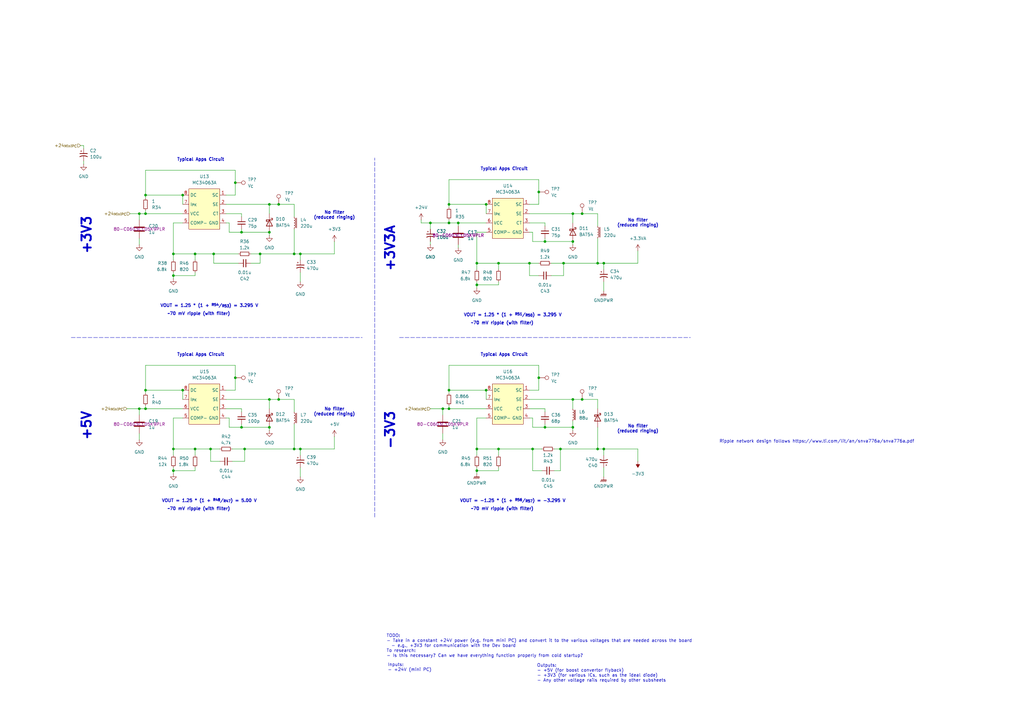
<source format=kicad_sch>
(kicad_sch (version 20250114) (generator "eeschema") (generator_version "9.0")
  (paper "A3")
  (title_block (title "Housekeeping Power Supplies") (date "2025-02-12") (rev "1") (company "UT Robomaster") (comment 1 "Robomaster"))
  (text "~70 mV ripple (with filter)" (at 81.534 208.788 0) (effects (font (size 1.27 1.27) (thickness 0.254) (bold yes))))
  (text "Typical Apps Circuit" (at 82.296 145.542 0) (effects (font (size 1.27 1.27) (thickness 0.254) (bold yes))))
  (text "No filter\n(reduced ringing)" (at 261.62 175.895 0) (effects (font (size 1.27 1.27) (thickness 0.254) (bold yes))))
  (text "+5V" (at 33.274 168.402 90) (effects (font (size 3.81 3.81) (thickness 0.762) (bold yes)) (justify right top)))
  (text "VOUT = -1.25 * (1 + ^{R56}/_{R57}) = -3.295 V" (at 210.312 205.486 0) (effects (font (size 1.27 1.27) (thickness 0.254) (bold yes))))
  (text "Typical Apps Circuit" (at 206.756 69.342 0) (effects (font (size 1.27 1.27) (thickness 0.254) (bold yes))))
  (text "~70 mV ripple (with filter)" (at 205.994 208.788 0) (effects (font (size 1.27 1.27) (thickness 0.254) (bold yes))))
  (text "+3V3" (at 33.274 88.392 90) (effects (font (size 3.81 3.81) (thickness 0.762) (bold yes)) (justify right top)))
  (text "Outputs:\n- +5V (for boost convertor flyback)\n- +3V3 (for various ICs, such as the ideal diode)\n- Any other voltage rails required by other subsheets" (at 220.218 272.288 0) (effects (font (size 1.27 1.27)) (justify left top)))
  (text "Inputs:\n- +24V (mini PC)" (at 159.004 272.034 0) (effects (font (size 1.27 1.27)) (justify left top)))
  (text "TODO:\n- Take in a constant +24V power (e.g. from mini PC) and convert it to the various voltages that are needed across the board\n  - e.g., +3V3 for communication with the Dev board\nTo research:\n- Is this necessary? Can we have everything function properly from cold startup?" (at 158.496 260.096 0) (effects (font (size 1.27 1.27)) (justify left top)))
  (text "VOUT = 1.25 * (1 + ^{R51}/_{R50}) = 3.295 V" (at 210.312 129.286 0) (effects (font (size 1.27 1.27) (thickness 0.254) (bold yes))))
  (text "+3V3A" (at 157.734 92.202 90) (effects (font (size 3.81 3.81) (thickness 0.762) (bold yes)) (justify right top)))
  (text "~70 mV ripple (with filter)" (at 81.534 128.778 0) (effects (font (size 1.27 1.27) (thickness 0.254) (bold yes))))
  (text "~70 mV ripple (with filter)" (at 205.994 132.588 0) (effects (font (size 1.27 1.27) (thickness 0.254) (bold yes))))
  (text "Ripple network design follows https://www.ti.com/lit/an/snva776a/snva776a.pdf" (at 335.026 181.102 0) (effects (font (size 1.27 1.27))))
  (text "No filter\n(reduced ringing)" (at 261.62 91.44 0) (effects (font (size 1.27 1.27) (thickness 0.254) (bold yes))))
  (text "VOUT = 1.25 * (1 + ^{R54}/_{R53}) = 3.295 V" (at 85.852 125.476 0) (effects (font (size 1.27 1.27) (thickness 0.254) (bold yes))))
  (text "-3V3" (at 157.734 168.402 90) (effects (font (size 3.81 3.81) (thickness 0.762) (bold yes)) (justify right top)))
  (text "No filter\n(reduced ringing)" (at 137.16 88.265 0) (effects (font (size 1.27 1.27) (thickness 0.254) (bold yes))))
  (text "VOUT = 1.25 * (1 + ^{R48}/_{R47}) = 5.00 V" (at 85.852 205.486 0) (effects (font (size 1.27 1.27) (thickness 0.254) (bold yes))))
  (text "Typical Apps Circuit" (at 82.296 65.532 0) (effects (font (size 1.27 1.27) (thickness 0.254) (bold yes))))
  (text "No filter\n(reduced ringing)" (at 137.16 168.91 0) (effects (font (size 1.27 1.27) (thickness 0.254) (bold yes))))
  (text "Typical Apps Circuit" (at 206.756 145.542 0) (effects (font (size 1.27 1.27) (thickness 0.254) (bold yes))))
  (junction (at 223.52 99.06))
  (junction (at 195.58 107.95))
  (junction (at 199.39 160.02))
  (junction (at 223.52 175.26))
  (junction (at 184.15 91.44))
  (junction (at 57.15 167.64))
  (junction (at 220.98 78.74))
  (junction (at 59.69 80.01))
  (junction (at 181.61 167.64))
  (junction (at 195.58 193.04))
  (junction (at 245.11 107.95))
  (junction (at 71.12 184.15))
  (junction (at 87.63 104.14))
  (junction (at 238.76 87.63))
  (junction (at 120.65 104.14))
  (junction (at 96.52 154.94))
  (junction (at 71.12 104.14))
  (junction (at 184.15 160.02))
  (junction (at 110.49 95.25))
  (junction (at 234.95 87.63))
  (junction (at 110.49 83.82))
  (junction (at 59.69 160.02))
  (junction (at 195.58 184.15))
  (junction (at 74.93 80.01))
  (junction (at 217.17 107.95))
  (junction (at 204.47 184.15))
  (junction (at 57.15 87.63))
  (junction (at 199.39 83.82))
  (junction (at 234.95 99.06))
  (junction (at 218.44 184.15))
  (junction (at 99.06 175.26))
  (junction (at 187.96 91.44))
  (junction (at 247.65 107.95))
  (junction (at 96.52 74.93))
  (junction (at 59.69 167.64))
  (junction (at 231.14 107.95))
  (junction (at 80.01 104.14))
  (junction (at 71.12 193.04))
  (junction (at 106.68 104.14))
  (junction (at 110.49 175.26))
  (junction (at 195.58 116.84))
  (junction (at 238.76 163.83))
  (junction (at 220.98 154.94))
  (junction (at 86.36 184.15))
  (junction (at 123.19 184.15))
  (junction (at 80.01 184.15))
  (junction (at 100.33 184.15))
  (junction (at 247.65 184.15))
  (junction (at 184.15 83.82))
  (junction (at 74.93 160.02))
  (junction (at 120.65 184.15))
  (junction (at 59.69 87.63))
  (junction (at 99.06 95.25))
  (junction (at 184.15 167.64))
  (junction (at 234.95 175.26))
  (junction (at 245.11 184.15))
  (junction (at 71.12 113.03))
  (junction (at 204.47 107.95))
  (junction (at 229.87 184.15))
  (junction (at 176.53 91.44))
  (junction (at 123.19 104.14))
  (junction (at 114.3 163.83))
  (junction (at 114.3 83.82))
  (junction (at 234.95 163.83))
  (junction (at 110.49 163.83))
  (wire (pts (xy 176.53 91.44) (xy 184.15 91.44)))
  (wire (pts (xy 120.65 173.99) (xy 120.65 184.15)))
  (wire (pts (xy 34.29 66.04) (xy 34.29 67.31)))
  (wire (pts (xy 100.33 189.23) (xy 95.25 189.23)))
  (wire (pts (xy 238.76 163.83) (xy 245.11 163.83)))
  (wire (pts (xy 86.36 189.23) (xy 86.36 184.15)))
  (wire (pts (xy 223.52 173.99) (xy 223.52 175.26)))
  (polyline (pts (xy 163.83 138.43) (xy 283.21 138.43)) (stroke (width 0) (type dash)))
  (wire (pts (xy 234.95 87.63) (xy 217.17 87.63)))
  (wire (pts (xy 106.68 104.14) (xy 120.65 104.14)))
  (wire (pts (xy 218.44 193.04) (xy 222.25 193.04)))
  (polyline (pts (xy 29.21 138.43) (xy 148.59 138.43)) (stroke (width 0) (type dash)))
  (wire (pts (xy 120.65 88.9) (xy 120.65 83.82)))
  (wire (pts (xy 234.95 87.63) (xy 234.95 91.44)))
  (wire (pts (xy 195.58 95.25) (xy 195.58 107.95)))
  (wire (pts (xy 120.65 184.15) (xy 123.19 184.15)))
  (wire (pts (xy 195.58 193.04) (xy 195.58 194.31)))
  (wire (pts (xy 261.62 107.95) (xy 261.62 102.87)))
  (wire (pts (xy 123.19 111.76) (xy 123.19 115.57)))
  (wire (pts (xy 217.17 113.03) (xy 217.17 107.95)))
  (wire (pts (xy 231.14 113.03) (xy 226.06 113.03)))
  (wire (pts (xy 204.47 193.04) (xy 195.58 193.04)))
  (wire (pts (xy 137.16 184.15) (xy 137.16 179.07)))
  (wire (pts (xy 195.58 115.57) (xy 195.58 116.84)))
  (wire (pts (xy 217.17 107.95) (xy 220.98 107.95)))
  (wire (pts (xy 187.96 91.44) (xy 199.39 91.44)))
  (wire (pts (xy 247.65 184.15) (xy 247.65 186.69)))
  (wire (pts (xy 245.11 175.26) (xy 245.11 184.15)))
  (wire (pts (xy 86.36 184.15) (xy 90.17 184.15)))
  (wire (pts (xy 33.02 59.69) (xy 34.29 59.69)))
  (wire (pts (xy 59.69 160.02) (xy 59.69 161.29)))
  (wire (pts (xy 181.61 177.8) (xy 181.61 180.34)))
  (wire (pts (xy 204.47 184.15) (xy 218.44 184.15)))
  (wire (pts (xy 120.65 104.14) (xy 123.19 104.14)))
  (wire (pts (xy 184.15 83.82) (xy 199.39 83.82)))
  (wire (pts (xy 231.14 107.95) (xy 245.11 107.95)))
  (wire (pts (xy 120.65 168.91) (xy 120.65 163.83)))
  (wire (pts (xy 217.17 171.45) (xy 218.44 171.45)))
  (wire (pts (xy 184.15 166.37) (xy 184.15 167.64)))
  (wire (pts (xy 120.65 93.98) (xy 120.65 104.14)))
  (wire (pts (xy 218.44 184.15) (xy 218.44 193.04)))
  (wire (pts (xy 99.06 167.64) (xy 92.71 167.64)))
  (wire (pts (xy 217.17 163.83) (xy 234.95 163.83)))
  (wire (pts (xy 204.47 116.84) (xy 195.58 116.84)))
  (wire (pts (xy 59.69 69.85) (xy 59.69 80.01)))
  (wire (pts (xy 74.93 80.01) (xy 74.93 83.82)))
  (wire (pts (xy 234.95 163.83) (xy 234.95 167.64)))
  (wire (pts (xy 223.52 175.26) (xy 218.44 175.26)))
  (wire (pts (xy 52.07 167.64) (xy 57.15 167.64)))
  (wire (pts (xy 95.25 184.15) (xy 100.33 184.15)))
  (wire (pts (xy 220.98 78.74) (xy 220.98 83.82)))
  (wire (pts (xy 199.39 95.25) (xy 195.58 95.25)))
  (wire (pts (xy 96.52 69.85) (xy 59.69 69.85)))
  (wire (pts (xy 90.17 189.23) (xy 86.36 189.23)))
  (wire (pts (xy 123.19 104.14) (xy 123.19 106.68)))
  (wire (pts (xy 96.52 154.94) (xy 96.52 149.86)))
  (wire (pts (xy 245.11 163.83) (xy 245.11 167.64)))
  (wire (pts (xy 245.11 184.15) (xy 247.65 184.15)))
  (wire (pts (xy 92.71 171.45) (xy 93.98 171.45)))
  (wire (pts (xy 110.49 163.83) (xy 110.49 167.64)))
  (wire (pts (xy 80.01 104.14) (xy 80.01 106.68)))
  (wire (pts (xy 223.52 91.44) (xy 217.17 91.44)))
  (wire (pts (xy 184.15 90.17) (xy 184.15 91.44)))
  (wire (pts (xy 176.53 167.64) (xy 181.61 167.64)))
  (wire (pts (xy 223.52 168.91) (xy 223.52 167.64)))
  (wire (pts (xy 184.15 167.64) (xy 199.39 167.64)))
  (wire (pts (xy 99.06 95.25) (xy 93.98 95.25)))
  (wire (pts (xy 227.33 193.04) (xy 229.87 193.04)))
  (wire (pts (xy 137.16 104.14) (xy 137.16 99.06)))
  (wire (pts (xy 123.19 191.77) (xy 123.19 195.58)))
  (wire (pts (xy 59.69 87.63) (xy 74.93 87.63)))
  (wire (pts (xy 195.58 107.95) (xy 204.47 107.95)))
  (wire (pts (xy 234.95 87.63) (xy 238.76 87.63)))
  (wire (pts (xy 247.65 115.57) (xy 247.65 119.38)))
  (wire (pts (xy 218.44 184.15) (xy 222.25 184.15)))
  (wire (pts (xy 99.06 87.63) (xy 92.71 87.63)))
  (wire (pts (xy 220.98 149.86) (xy 184.15 149.86)))
  (wire (pts (xy 223.52 92.71) (xy 223.52 91.44)))
  (wire (pts (xy 199.39 160.02) (xy 199.39 163.83)))
  (wire (pts (xy 204.47 184.15) (xy 204.47 186.69)))
  (wire (pts (xy 97.79 107.95) (xy 87.63 107.95)))
  (wire (pts (xy 71.12 111.76) (xy 71.12 113.03)))
  (wire (pts (xy 96.52 149.86) (xy 59.69 149.86)))
  (wire (pts (xy 80.01 111.76) (xy 80.01 113.03)))
  (wire (pts (xy 80.01 184.15) (xy 86.36 184.15)))
  (wire (pts (xy 106.68 104.14) (xy 106.68 107.95)))
  (wire (pts (xy 110.49 175.26) (xy 110.49 176.53)))
  (wire (pts (xy 229.87 184.15) (xy 245.11 184.15)))
  (wire (pts (xy 184.15 149.86) (xy 184.15 160.02)))
  (wire (pts (xy 199.39 171.45) (xy 195.58 171.45)))
  (wire (pts (xy 57.15 87.63) (xy 59.69 87.63)))
  (wire (pts (xy 92.71 160.02) (xy 96.52 160.02)))
  (wire (pts (xy 80.01 191.77) (xy 80.01 193.04)))
  (wire (pts (xy 181.61 167.64) (xy 184.15 167.64)))
  (wire (pts (xy 220.98 73.66) (xy 184.15 73.66)))
  (wire (pts (xy 110.49 163.83) (xy 92.71 163.83)))
  (wire (pts (xy 220.98 113.03) (xy 217.17 113.03)))
  (wire (pts (xy 59.69 166.37) (xy 59.69 167.64)))
  (wire (pts (xy 92.71 80.01) (xy 96.52 80.01)))
  (wire (pts (xy 247.65 191.77) (xy 247.65 195.58)))
  (wire (pts (xy 195.58 171.45) (xy 195.58 184.15)))
  (wire (pts (xy 102.87 104.14) (xy 106.68 104.14)))
  (wire (pts (xy 71.12 104.14) (xy 71.12 106.68)))
  (wire (pts (xy 223.52 99.06) (xy 218.44 99.06)))
  (wire (pts (xy 59.69 167.64) (xy 74.93 167.64)))
  (wire (pts (xy 172.72 91.44) (xy 172.72 90.17)))
  (wire (pts (xy 87.63 107.95) (xy 87.63 104.14)))
  (wire (pts (xy 110.49 175.26) (xy 99.06 175.26)))
  (wire (pts (xy 223.52 167.64) (xy 217.17 167.64)))
  (wire (pts (xy 184.15 160.02) (xy 184.15 161.29)))
  (wire (pts (xy 176.53 99.06) (xy 176.53 100.33)))
  (wire (pts (xy 245.11 107.95) (xy 247.65 107.95)))
  (wire (pts (xy 195.58 184.15) (xy 195.58 186.69)))
  (wire (pts (xy 96.52 160.02) (xy 96.52 154.94)))
  (wire (pts (xy 53.34 87.63) (xy 57.15 87.63)))
  (wire (pts (xy 114.3 163.83) (xy 120.65 163.83)))
  (wire (pts (xy 195.58 184.15) (xy 204.47 184.15)))
  (wire (pts (xy 59.69 86.36) (xy 59.69 87.63)))
  (wire (pts (xy 218.44 171.45) (xy 218.44 175.26)))
  (wire (pts (xy 220.98 149.86) (xy 220.98 154.94)))
  (wire (pts (xy 71.12 184.15) (xy 71.12 186.69)))
  (wire (pts (xy 184.15 83.82) (xy 184.15 85.09)))
  (wire (pts (xy 57.15 167.64) (xy 57.15 170.18)))
  (wire (pts (xy 176.53 91.44) (xy 176.53 93.98)))
  (wire (pts (xy 71.12 184.15) (xy 80.01 184.15)))
  (wire (pts (xy 247.65 107.95) (xy 247.65 110.49)))
  (wire (pts (xy 204.47 107.95) (xy 217.17 107.95)))
  (wire (pts (xy 195.58 107.95) (xy 195.58 110.49)))
  (wire (pts (xy 93.98 171.45) (xy 93.98 175.26)))
  (wire (pts (xy 74.93 171.45) (xy 71.12 171.45)))
  (wire (pts (xy 71.12 171.45) (xy 71.12 184.15)))
  (wire (pts (xy 247.65 107.95) (xy 261.62 107.95)))
  (wire (pts (xy 204.47 107.95) (xy 204.47 110.49)))
  (wire (pts (xy 181.61 167.64) (xy 181.61 170.18)))
  (wire (pts (xy 217.17 83.82) (xy 220.98 83.82)))
  (wire (pts (xy 80.01 113.03) (xy 71.12 113.03)))
  (wire (pts (xy 245.11 97.79) (xy 245.11 107.95)))
  (wire (pts (xy 99.06 173.99) (xy 99.06 175.26)))
  (wire (pts (xy 71.12 191.77) (xy 71.12 193.04)))
  (wire (pts (xy 80.01 193.04) (xy 71.12 193.04)))
  (wire (pts (xy 226.06 107.95) (xy 231.14 107.95)))
  (wire (pts (xy 184.15 73.66) (xy 184.15 83.82)))
  (wire (pts (xy 247.65 184.15) (xy 261.62 184.15)))
  (wire (pts (xy 110.49 163.83) (xy 114.3 163.83)))
  (wire (pts (xy 92.71 91.44) (xy 93.98 91.44)))
  (wire (pts (xy 218.44 95.25) (xy 218.44 99.06)))
  (wire (pts (xy 59.69 160.02) (xy 74.93 160.02)))
  (wire (pts (xy 234.95 99.06) (xy 223.52 99.06)))
  (wire (pts (xy 96.52 74.93) (xy 96.52 80.01)))
  (wire (pts (xy 71.12 91.44) (xy 71.12 104.14)))
  (wire (pts (xy 234.95 175.26) (xy 234.95 176.53)))
  (wire (pts (xy 234.95 99.06) (xy 234.95 100.33)))
  (wire (pts (xy 220.98 154.94) (xy 220.98 160.02)))
  (wire (pts (xy 217.17 95.25) (xy 218.44 95.25)))
  (wire (pts (xy 71.12 104.14) (xy 80.01 104.14)))
  (wire (pts (xy 99.06 88.9) (xy 99.06 87.63)))
  (wire (pts (xy 199.39 83.82) (xy 199.39 87.63)))
  (wire (pts (xy 100.33 184.15) (xy 120.65 184.15)))
  (wire (pts (xy 114.3 83.82) (xy 120.65 83.82)))
  (wire (pts (xy 106.68 107.95) (xy 102.87 107.95)))
  (wire (pts (xy 110.49 83.82) (xy 110.49 87.63)))
  (wire (pts (xy 261.62 184.15) (xy 261.62 189.23)))
  (wire (pts (xy 99.06 175.26) (xy 93.98 175.26)))
  (wire (pts (xy 187.96 100.33) (xy 187.96 101.6)))
  (wire (pts (xy 57.15 177.8) (xy 57.15 180.34)))
  (wire (pts (xy 59.69 80.01) (xy 59.69 81.28)))
  (wire (pts (xy 110.49 83.82) (xy 114.3 83.82)))
  (wire (pts (xy 100.33 184.15) (xy 100.33 189.23)))
  (polyline (pts (xy 153.67 212.09) (xy 153.67 64.77)) (stroke (width 0) (type dash)))
  (wire (pts (xy 231.14 107.95) (xy 231.14 113.03)))
  (wire (pts (xy 187.96 91.44) (xy 187.96 92.71)))
  (wire (pts (xy 57.15 167.64) (xy 59.69 167.64)))
  (wire (pts (xy 204.47 115.57) (xy 204.47 116.84)))
  (wire (pts (xy 234.95 172.72) (xy 234.95 175.26)))
  (wire (pts (xy 71.12 113.03) (xy 71.12 114.3)))
  (wire (pts (xy 184.15 91.44) (xy 187.96 91.44)))
  (wire (pts (xy 74.93 91.44) (xy 71.12 91.44)))
  (wire (pts (xy 99.06 93.98) (xy 99.06 95.25)))
  (wire (pts (xy 195.58 116.84) (xy 195.58 118.11)))
  (wire (pts (xy 74.93 160.02) (xy 74.93 163.83)))
  (wire (pts (xy 238.76 87.63) (xy 245.11 87.63)))
  (wire (pts (xy 110.49 83.82) (xy 92.71 83.82)))
  (wire (pts (xy 57.15 97.79) (xy 57.15 100.33)))
  (wire (pts (xy 80.01 104.14) (xy 87.63 104.14)))
  (wire (pts (xy 227.33 184.15) (xy 229.87 184.15)))
  (wire (pts (xy 59.69 149.86) (xy 59.69 160.02)))
  (wire (pts (xy 110.49 95.25) (xy 110.49 96.52)))
  (wire (pts (xy 229.87 193.04) (xy 229.87 184.15)))
  (wire (pts (xy 34.29 59.69) (xy 34.29 60.96)))
  (wire (pts (xy 59.69 80.01) (xy 74.93 80.01)))
  (wire (pts (xy 96.52 69.85) (xy 96.52 74.93)))
  (wire (pts (xy 195.58 191.77) (xy 195.58 193.04)))
  (wire (pts (xy 223.52 97.79) (xy 223.52 99.06)))
  (wire (pts (xy 172.72 91.44) (xy 176.53 91.44)))
  (wire (pts (xy 234.95 175.26) (xy 223.52 175.26)))
  (wire (pts (xy 99.06 168.91) (xy 99.06 167.64)))
  (wire (pts (xy 71.12 193.04) (xy 71.12 194.31)))
  (wire (pts (xy 234.95 163.83) (xy 238.76 163.83)))
  (wire (pts (xy 123.19 104.14) (xy 137.16 104.14)))
  (wire (pts (xy 110.49 95.25) (xy 99.06 95.25)))
  (wire (pts (xy 245.11 92.71) (xy 245.11 87.63)))
  (wire (pts (xy 80.01 184.15) (xy 80.01 186.69)))
  (wire (pts (xy 217.17 160.02) (xy 220.98 160.02)))
  (wire (pts (xy 123.19 184.15) (xy 137.16 184.15)))
  (wire (pts (xy 57.15 87.63) (xy 57.15 90.17)))
  (wire (pts (xy 123.19 184.15) (xy 123.19 186.69)))
  (wire (pts (xy 184.15 160.02) (xy 199.39 160.02)))
  (wire (pts (xy 220.98 73.66) (xy 220.98 78.74)))
  (wire (pts (xy 87.63 104.14) (xy 97.79 104.14)))
  (wire (pts (xy 204.47 191.77) (xy 204.47 193.04)))
  (wire (pts (xy 93.98 91.44) (xy 93.98 95.25)))
  (hierarchical_label "+24_{MiniPC}" (shape input) (at 52.07 167.64 180))
  (hierarchical_label "+24_{MiniPC}" (shape input) (at 53.34 87.63 180))
  (hierarchical_label "+24_{MiniPC}" (shape input) (at 176.53 167.64 180))
  (hierarchical_label "+24_{MiniPC}" (shape input) (at 33.02 59.69 180))
  (symbol (lib_id "Device:C") (at 57.15 173.99 0) (unit 1)
    (property "Reference" "C19" (at 60.96 172.7199 0) (effects (justify left)))
    (property "Value" "1u" (at 60.96 175.2599 0) (effects (justify left)))
    (property "Footprint" "Capacitor_SMD:C_0603_1608Metric_Pad1.08x0.95mm_HandSolder" (effects (hide yes)))
    (property "Datasheet" "https://www.mouser.com/datasheet/2/447/KEM_C1006_X5R_SMD-3316465.pdf" (effects (hide yes)))
    (property "Description" "Unpolarized capacitor" (effects (hide yes)))
    (property "Mouser Part Number" "80-C0603C105K9PLR" (at 57.15 173.99 0))
  )
  (symbol (lib_id "! Robomaster ICs:MC34063A") (at 83.82 77.47 0) (unit 1)
    (property "Reference" "U1" (at 83.82 72.39 0))
    (property "Value" "MC34063A" (at 83.82 74.93 0))
    (property "Footprint" "Package_SO:SOIC-8_3.9x4.9mm_P1.27mm" (effects (hide yes)))
    (property "Datasheet" "https://www.ti.com/lit/gpn/mc34063a" (effects (hide yes)))
    (property "Description" "1.5-A boost, buck, inverting switching regulator, operation from 0°C to 70°C" (effects (hide yes)))
    (property "Mouser Part Number" "595-MC34063ADR" (effects (hide yes)))
    (instances (project "SupercapManager" (path "" (reference "U13") (unit 1))) (project "Housekeeping Rev1" (path "" (reference "U1") (unit 1))))
  )
  (symbol (lib_id "Connector:TestPoint") (at 96.52 154.94 270) (unit 1)
    (property "Reference" "TP5" (at 101.6 153.6699 90) (effects (justify left)))
    (property "Value" "V_{C}" (at 101.6 156.2099 90) (effects (justify left)))
    (property "Footprint" "TestPoint:TestPoint_Bridge_Pitch2.0mm_Drill0.7mm" (effects (hide yes)))
    (property "Description" "test point" (effects (hide yes)))
    (instances (project "SupercapManager" (path "" (reference "TP?") (unit 1))) (project "Housekeeping Rev1" (path "" (reference "TP5") (unit 1))))
  )
  (symbol (lib_id "power:+3V3") (at 137.16 99.06 0) (unit 1)
    (property "Reference" "#PWR015" (effects (hide yes)))
    (property "Value" "+3V3" (at 137.16 93.98 0))
    (property "Description" "Power symbol creates a global label with name \"+3V3\"" (effects (hide yes)))
    (instances (project "SupercapManager" (path "" (reference "#PWR085") (unit 1))) (project "Housekeeping Rev1" (path "" (reference "#PWR015") (unit 1))))
  )
  (symbol (lib_id "Device:C_Small") (at 223.52 171.45 0) (unit 1)
    (property "Reference" "C10" (at 226.06 170.1862 0) (effects (justify left)))
    (property "Value" "68p" (at 226.06 172.7262 0) (effects (justify left)))
    (property "Footprint" "Capacitor_SMD:C_0603_1608Metric_Pad1.08x0.95mm_HandSolder" (effects (hide yes)))
    (property "Description" "Unpolarized capacitor, small symbol" (effects (hide yes)))
    (instances (project "SupercapManager" (path "" (reference "C36") (unit 1))) (project "Housekeeping Rev1" (path "" (reference "C10") (unit 1))))
  )
  (symbol (lib_id "Device:R_Small") (at 184.15 87.63 0) (mirror x) (unit 1)
    (property "Reference" "R6" (at 186.69 88.9001 0) (effects (justify left)))
    (property "Value" "1" (at 186.69 86.3601 0) (effects (justify left)))
    (property "Footprint" "Resistor_SMD:R_0603_1608Metric_Pad0.98x0.95mm_HandSolder" (effects (hide yes)))
    (property "Datasheet" "https://industrial.panasonic.com/cdbs/www-data/pdf/RDN0000/AOA0000C313.pdf" (effects (hide yes)))
    (property "Description" "Resistor, small symbol" (effects (hide yes)))
    (property "Mouser Part Number" "667-ERJ-3RQFR33V" (effects (hide yes)))
    (instances (project "SupercapManager" (path "" (reference "R35") (unit 1))) (project "Housekeeping Rev1" (path "" (reference "R6") (unit 1))))
  )
  (symbol (lib_id "! Robomaster ICs:MC34063A") (at 208.28 157.48 0) (unit 1)
    (property "Reference" "U4" (at 208.28 152.4 0))
    (property "Value" "MC34063A" (at 208.28 154.94 0))
    (property "Footprint" "Package_SO:SOIC-8_3.9x4.9mm_P1.27mm" (effects (hide yes)))
    (property "Datasheet" "https://www.ti.com/lit/gpn/mc34063a" (effects (hide yes)))
    (property "Description" "1.5-A boost, buck, inverting switching regulator, operation from 0°C to 70°C" (effects (hide yes)))
    (property "Mouser Part Number" "595-MC34063ADR" (effects (hide yes)))
    (instances (project "SupercapManager" (path "" (reference "U16") (unit 1))) (project "Housekeeping Rev1" (path "" (reference "U4") (unit 1))))
  )
  (symbol (lib_id "Device:R_Small") (at 59.69 83.82 0) (mirror x) (unit 1)
    (property "Reference" "R5" (at 62.23 85.0901 0) (effects (justify left)))
    (property "Value" "1" (at 62.23 82.5501 0) (effects (justify left)))
    (property "Footprint" "Resistor_SMD:R_0201_0603Metric_Pad0.64x0.40mm_HandSolder" (effects (hide yes)))
    (property "Datasheet" "https://industrial.panasonic.com/cdbs/www-data/pdf/RDN0000/AOA0000C313.pdf" (effects (hide yes)))
    (property "Description" "Resistor, small symbol" (effects (hide yes)))
    (property "Mouser Part Number" "667-ERJ-3RQFR33V" (effects (hide yes)))
    (instances (project "SupercapManager" (path "" (reference "R34") (unit 1))) (project "Housekeeping Rev1" (path "" (reference "R5") (unit 1))))
  )
  (symbol (lib_id "power:GNDPWR") (at 247.65 195.58 0) (unit 1)
    (property "Reference" "#PWR032" (effects (hide yes)))
    (property "Value" "GNDPWR" (at 247.523 199.39 0))
    (property "Description" "Power symbol creates a global label with name \"GNDPWR\" , global ground" (effects (hide yes)))
    (instances (project "SupercapManager" (path "" (reference "#PWR0102") (unit 1))) (project "Housekeeping Rev1" (path "" (reference "#PWR032") (unit 1))))
  )
  (symbol (lib_id "Device:R_Small") (at 100.33 104.14 90) (unit 1)
    (property "Reference" "R7" (at 100.33 99.06 90))
    (property "Value" "1.2k" (at 100.33 101.6 90))
    (property "Footprint" "Resistor_SMD:R_0201_0603Metric_Pad0.64x0.40mm_HandSolder" (effects (hide yes)))
    (property "Datasheet" "https://www.mouser.com/datasheet/2/447/PYu_RT_1_to_0_01_RoHS_L_15-3461507.pdf" (effects (hide yes)))
    (property "Description" "Resistor, small symbol" (effects (hide yes)))
    (property "Mouser Part Number" "603-RT0603FRE133K6L" (effects (hide yes)))
    (instances (project "SupercapManager" (path "" (reference "R36") (unit 1))) (project "Housekeeping Rev1" (path "" (reference "R7") (unit 1))))
  )
  (symbol (lib_id "Device:C") (at 187.96 96.52 0) (unit 1)
    (property "Reference" "C17" (at 191.77 95.2499 0) (effects (justify left)))
    (property "Value" "1u" (at 191.77 97.7899 0) (effects (justify left)))
    (property "Footprint" "Capacitor_SMD:C_0603_1608Metric_Pad1.08x0.95mm_HandSolder" (effects (hide yes)))
    (property "Datasheet" "https://www.mouser.com/datasheet/2/447/KEM_C1006_X5R_SMD-3316465.pdf" (effects (hide yes)))
    (property "Description" "Unpolarized capacitor" (effects (hide yes)))
    (property "Mouser Part Number" "80-C0603C105K9PLR" (at 187.96 96.52 0))
  )
  (symbol (lib_id "Device:C_Small") (at 99.06 171.45 0) (unit 1)
    (property "Reference" "C9" (at 101.6 170.1862 0) (effects (justify left)))
    (property "Value" "100p" (at 101.6 172.7262 0) (effects (justify left)))
    (property "Footprint" "Capacitor_SMD:C_0603_1608Metric_Pad1.08x0.95mm_HandSolder" (effects (hide yes)))
    (property "Description" "Unpolarized capacitor, small symbol" (effects (hide yes)))
    (instances (project "" (path "" (reference "C35") (unit 1))) (project "Housekeeping Rev1" (path "" (reference "C9") (unit 1))))
  )
  (symbol (lib_id "power:GND") (at 123.19 115.57 0) (unit 1)
    (property "Reference" "#PWR020" (effects (hide yes)))
    (property "Value" "GND" (at 123.19 120.65 0))
    (property "Description" "Power symbol creates a global label with name \"GND\" , ground" (effects (hide yes)))
    (instances (project "SupercapManager" (path "" (reference "#PWR090") (unit 1))) (project "Housekeeping Rev1" (path "" (reference "#PWR020") (unit 1))))
  )
  (symbol (lib_id "Device:R_Small") (at 92.71 184.15 90) (unit 1)
    (property "Reference" "R15" (at 92.71 179.07 90))
    (property "Value" "4.7k" (at 92.71 181.61 90))
    (property "Footprint" "Resistor_SMD:R_0201_0603Metric_Pad0.64x0.40mm_HandSolder" (effects (hide yes)))
    (property "Datasheet" "https://www.mouser.com/datasheet/2/447/PYu_RT_1_to_0_01_RoHS_L_15-3461507.pdf" (effects (hide yes)))
    (property "Description" "Resistor, small symbol" (effects (hide yes)))
    (property "Mouser Part Number" "603-RT0603FRE133K6L" (effects (hide yes)))
    (instances (project "SupercapManager" (path "" (reference "R42") (unit 1))) (project "Housekeeping Rev1" (path "" (reference "R15") (unit 1))))
  )
  (symbol (lib_id "power:GNDPWR") (at 195.58 194.31 0) (unit 1)
    (property "Reference" "#PWR030" (effects (hide yes)))
    (property "Value" "GNDPWR" (at 195.453 198.12 0))
    (property "Description" "Power symbol creates a global label with name \"GNDPWR\" , global ground" (effects (hide yes)))
    (instances (project "SupercapManager" (path "" (reference "#PWR0100") (unit 1))) (project "Housekeeping Rev1" (path "" (reference "#PWR030") (unit 1))))
  )
  (symbol (lib_id "Device:C_Small") (at 99.06 91.44 0) (unit 1)
    (property "Reference" "C1" (at 101.6 90.1762 0) (effects (justify left)))
    (property "Value" "75p" (at 101.6 92.7162 0) (effects (justify left)))
    (property "Footprint" "Capacitor_SMD:C_0603_1608Metric_Pad1.08x0.95mm_HandSolder" (effects (hide yes)))
    (property "Description" "Unpolarized capacitor, small symbol" (effects (hide yes)))
    (instances (project "SupercapManager" (path "" (reference "C29") (unit 1))) (project "Housekeeping Rev1" (path "" (reference "C1") (unit 1))))
  )
  (symbol (lib_id "power:GND") (at 57.15 180.34 0) (unit 1)
    (property "Reference" "#PWR025" (effects (hide yes)))
    (property "Value" "GND" (at 57.15 185.42 0))
    (property "Description" "Power symbol creates a global label with name \"GND\" , ground" (effects (hide yes)))
    (instances (project "SupercapManager" (path "" (reference "#PWR095") (unit 1))) (project "Housekeeping Rev1" (path "" (reference "#PWR025") (unit 1))))
  )
  (symbol (lib_id "power:+24V") (at 172.72 90.17 0) (unit 1)
    (property "Reference" "#PWR012" (effects (hide yes)))
    (property "Value" "+24V" (at 172.72 85.09 0))
    (property "Description" "Power symbol creates a global label with name \"+24V\"" (effects (hide yes)))
    (instances (project "SupercapManager" (path "" (reference "#PWR082") (unit 1))) (project "Housekeeping Rev1" (path "" (reference "#PWR012") (unit 1))))
  )
  (symbol (lib_id "Device:C_Polarized_Small_US") (at 34.29 63.5 0) (unit 1)
    (property "Reference" "C2" (at 36.83 61.7981 0) (effects (justify left)))
    (property "Value" "100u" (at 36.83 64.3381 0) (effects (justify left)))
    (property "Footprint" "Capacitor_THT:CP_Radial_D8.0mm_P3.50mm" (effects (hide yes)))
    (property "Datasheet" "https://www.we-online.com/components/products/datasheet/860010674014.pdf" (effects (hide yes)))
    (property "Description" "Polarized capacitor, small US symbol" (effects (hide yes)))
    (property "Mouser Part Number" "710-860010674014" (effects (hide yes)))
  )
  (symbol (lib_id "Connector:TestPoint") (at 238.76 163.83 0) (unit 1)
    (property "Reference" "TP8" (at 241.3 159.2579 0) (effects (justify left)))
    (property "Value" "V_{E}" (at 241.3 161.7979 0) (effects (justify left)))
    (property "Footprint" "TestPoint:TestPoint_Bridge_Pitch2.0mm_Drill0.7mm" (effects (hide yes)))
    (property "Description" "test point" (effects (hide yes)))
    (instances (project "SupercapManager" (path "" (reference "TP?") (unit 1))) (project "Housekeeping Rev1" (path "" (reference "TP8") (unit 1))))
  )
  (symbol (lib_id "Device:C_Polarized_Small_US") (at 123.19 189.23 0) (unit 1)
    (property "Reference" "C14" (at 125.73 187.5281 0) (effects (justify left)))
    (property "Value" "470u" (at 125.73 190.0681 0) (effects (justify left)))
    (property "Footprint" "Capacitor_THT:CP_Radial_D6.3mm_P2.50mm" (effects (hide yes)))
    (property "Datasheet" "https://www.we-online.com/components/products/datasheet/860010273011.pdf" (effects (hide yes)))
    (property "Description" "Polarized capacitor, small US symbol" (effects (hide yes)))
    (property "Mouser Part Number" "710-860010273011" (effects (hide yes)))
    (instances (project "SupercapManager" (path "" (reference "C39") (unit 1))) (project "Housekeeping Rev1" (path "" (reference "C14") (unit 1))))
  )
  (symbol (lib_id "Device:D_Schottky") (at 234.95 95.25 270) (unit 1)
    (property "Reference" "D2" (at 237.49 93.6624 90) (effects (justify left)))
    (property "Value" "BAT54" (at 237.49 96.2024 90) (effects (justify left)))
    (property "Footprint" "Package_TO_SOT_SMD:SOT-23_Handsoldering" (effects (hide yes)))
    (property "Datasheet" "https://www.mouser.com/datasheet/2/1057/BAT54_SERIES-1868856.pdf" (effects (hide yes)))
    (property "Description" "Schottky diode" (effects (hide yes)))
    (property "Mouser Part Number" "241-BAT54_R1_00001" (effects (hide yes)))
    (instances (project "SupercapManager" (path "" (reference "D11") (unit 1))) (project "Housekeeping Rev1" (path "" (reference "D2") (unit 1))))
  )
  (symbol (lib_id "power:GND") (at 110.49 176.53 0) (unit 1)
    (property "Reference" "#PWR023" (effects (hide yes)))
    (property "Value" "GND" (at 110.49 181.61 0))
    (property "Description" "Power symbol creates a global label with name \"GND\" , ground" (effects (hide yes)))
    (instances (project "SupercapManager" (path "" (reference "#PWR093") (unit 1))) (project "Housekeeping Rev1" (path "" (reference "#PWR023") (unit 1))))
  )
  (symbol (lib_id "Device:L_Iron_Small") (at 234.95 170.18 0) (unit 1)
    (property "Reference" "L3" (at 237.49 168.9099 0) (effects (justify left)))
    (property "Value" "88u" (at 237.49 171.4499 0) (effects (justify left)))
    (property "Footprint" "! Robomaster Passives:ASPIAIGS6055221MT" (effects (hide yes)))
    (property "Datasheet" "https://www.mouser.com/datasheet/2/3/ASPIAIG_S_series-1774797.pdf" (effects (hide yes)))
    (property "Description" "Inductor with iron core, small symbol" (effects (hide yes)))
    (property "Mouser Part Number" "815-ASPIAIGS6055221T" (effects (hide yes)))
    (instances (project "SupercapManager" (path "" (reference "L6") (unit 1))) (project "Housekeeping Rev1" (path "" (reference "L3") (unit 1))))
  )
  (symbol (lib_id "Device:C_Small") (at 224.79 193.04 90) (mirror x) (unit 1)
    (property "Reference" "C16" (at 224.7963 199.39 90))
    (property "Value" "0.01u" (at 224.7963 196.85 90))
    (property "Footprint" "Capacitor_SMD:C_0603_1608Metric_Pad1.08x0.95mm_HandSolder" (effects (hide yes)))
    (property "Description" "Unpolarized capacitor, small symbol" (effects (hide yes)))
    (instances (project "SupercapManager" (path "" (reference "C45") (unit 1))) (project "Housekeeping Rev1" (path "" (reference "C16") (unit 1))))
  )
  (symbol (lib_id "power:GND") (at 71.12 194.31 0) (unit 1)
    (property "Reference" "#PWR029" (effects (hide yes)))
    (property "Value" "GND" (at 71.12 199.39 0))
    (property "Description" "Power symbol creates a global label with name \"GND\" , ground" (effects (hide yes)))
    (instances (project "SupercapManager" (path "" (reference "#PWR099") (unit 1))) (project "Housekeeping Rev1" (path "" (reference "#PWR029") (unit 1))))
  )
  (symbol (lib_id "Connector:TestPoint") (at 238.76 87.63 0) (unit 1)
    (property "Reference" "TP4" (at 241.3 83.0579 0) (effects (justify left)))
    (property "Value" "V_{E}" (at 241.3 85.5979 0) (effects (justify left)))
    (property "Footprint" "TestPoint:TestPoint_Bridge_Pitch2.0mm_Drill0.7mm" (effects (hide yes)))
    (property "Description" "test point" (effects (hide yes)))
    (instances (project "SupercapManager" (path "" (reference "TP?") (unit 1))) (project "Housekeeping Rev1" (path "" (reference "TP4") (unit 1))))
  )
  (symbol (lib_id "power:+5V") (at 137.16 179.07 0) (unit 1)
    (property "Reference" "#PWR027" (effects (hide yes)))
    (property "Value" "+5V" (at 137.16 173.99 0))
    (property "Description" "Power symbol creates a global label with name \"+5V\"" (effects (hide yes)))
    (instances (project "SupercapManager" (path "" (reference "#PWR097") (unit 1))) (project "Housekeeping Rev1" (path "" (reference "#PWR027") (unit 1))))
  )
  (symbol (lib_id "Device:C_Polarized_Small_US") (at 247.65 189.23 180) (unit 1)
    (property "Reference" "C15" (at 245.11 190.9319 0) (effects (justify left)))
    (property "Value" "470u" (at 245.11 188.3919 0) (effects (justify left)))
    (property "Footprint" "Capacitor_THT:CP_Radial_D6.3mm_P2.50mm" (effects (hide yes)))
    (property "Datasheet" "https://www.we-online.com/components/products/datasheet/860010273011.pdf" (effects (hide yes)))
    (property "Description" "Polarized capacitor, small US symbol" (effects (hide yes)))
    (property "Mouser Part Number" "710-860010273011" (effects (hide yes)))
    (instances (project "SupercapManager" (path "" (reference "C40") (unit 1))) (project "Housekeeping Rev1" (path "" (reference "C15") (unit 1))))
  )
  (symbol (lib_id "Connector:TestPoint") (at 96.52 74.93 270) (unit 1)
    (property "Reference" "TP1" (at 101.6 73.6599 90) (effects (justify left)))
    (property "Value" "V_{C}" (at 101.6 76.1999 90) (effects (justify left)))
    (property "Footprint" "TestPoint:TestPoint_Bridge_Pitch2.0mm_Drill0.7mm" (effects (hide yes)))
    (property "Description" "test point" (effects (hide yes)))
    (instances (project "SupercapManager" (path "" (reference "TP?") (unit 1))) (project "Housekeeping Rev1" (path "" (reference "TP1") (unit 1))))
  )
  (symbol (lib_id "Connector:TestPoint") (at 220.98 78.74 270) (unit 1)
    (property "Reference" "TP2" (at 226.06 77.4699 90) (effects (justify left)))
    (property "Value" "V_{C}" (at 226.06 80.0099 90) (effects (justify left)))
    (property "Footprint" "TestPoint:TestPoint_Bridge_Pitch2.0mm_Drill0.7mm" (effects (hide yes)))
    (property "Description" "test point" (effects (hide yes)))
    (instances (project "SupercapManager" (path "" (reference "TP?") (unit 1))) (project "Housekeeping Rev1" (path "" (reference "TP2") (unit 1))))
  )
  (symbol (lib_id "Device:D_Schottky") (at 110.49 91.44 270) (unit 1)
    (property "Reference" "D1" (at 113.03 89.8524 90) (effects (justify left)))
    (property "Value" "BAT54" (at 113.03 92.3924 90) (effects (justify left)))
    (property "Footprint" "Package_TO_SOT_SMD:SOT-23_Handsoldering" (effects (hide yes)))
    (property "Datasheet" "https://www.mouser.com/datasheet/2/1057/BAT54_SERIES-1868856.pdf" (effects (hide yes)))
    (property "Description" "Schottky diode" (effects (hide yes)))
    (property "Mouser Part Number" "241-BAT54_R1_00001" (effects (hide yes)))
    (instances (project "SupercapManager" (path "" (reference "D10") (unit 1))) (project "Housekeeping Rev1" (path "" (reference "D1") (unit 1))))
  )
  (symbol (lib_id "Device:D_Schottky") (at 245.11 171.45 270) (unit 1)
    (property "Reference" "D4" (at 247.65 169.8624 90) (effects (justify left)))
    (property "Value" "BAT54" (at 247.65 172.4024 90) (effects (justify left)))
    (property "Footprint" "Package_TO_SOT_SMD:SOT-23_Handsoldering" (effects (hide yes)))
    (property "Datasheet" "https://www.mouser.com/datasheet/2/1057/BAT54_SERIES-1868856.pdf" (effects (hide yes)))
    (property "Description" "Schottky diode" (effects (hide yes)))
    (property "Mouser Part Number" "241-BAT54_R1_00001" (effects (hide yes)))
    (instances (project "SupercapManager" (path "" (reference "D13") (unit 1))) (project "Housekeeping Rev1" (path "" (reference "D4") (unit 1))))
  )
  (symbol (lib_id "Device:C_Polarized_Small_US") (at 123.19 109.22 0) (unit 1)
    (property "Reference" "C6" (at 125.73 107.5181 0) (effects (justify left)))
    (property "Value" "470u" (at 125.73 110.0581 0) (effects (justify left)))
    (property "Footprint" "Capacitor_THT:CP_Radial_D6.3mm_P2.50mm" (effects (hide yes)))
    (property "Datasheet" "https://www.we-online.com/components/products/datasheet/860010273011.pdf" (effects (hide yes)))
    (property "Description" "Polarized capacitor, small US symbol" (effects (hide yes)))
    (property "Mouser Part Number" "710-860010273011" (effects (hide yes)))
    (instances (project "SupercapManager" (path "" (reference "C33") (unit 1))) (project "Housekeeping Rev1" (path "" (reference "C6") (unit 1))))
  )
  (symbol (lib_id "power:GND") (at 176.53 100.33 0) (unit 1)
    (property "Reference" "#PWR017" (effects (hide yes)))
    (property "Value" "GND" (at 176.53 105.41 0))
    (property "Description" "Power symbol creates a global label with name \"GND\" , ground" (effects (hide yes)))
    (instances (project "SupercapManager" (path "" (reference "#PWR087") (unit 1))) (project "Housekeeping Rev1" (path "" (reference "#PWR017") (unit 1))))
  )
  (symbol (lib_id "Device:R_Small") (at 80.01 189.23 0) (mirror y) (unit 1)
    (property "Reference" "R18" (at 77.47 187.9599 0) (effects (justify left)))
    (property "Value" "1.8k" (at 77.47 190.4999 0) (effects (justify left)))
    (property "Footprint" "Resistor_SMD:R_0603_1608Metric_Pad0.98x0.95mm_HandSolder" (effects (hide yes)))
    (property "Datasheet" "https://www.mouser.com/datasheet/2/447/PYu_RT_1_to_0_01_RoHS_L_15-3461507.pdf" (effects (hide yes)))
    (property "Description" "Resistor, small symbol" (effects (hide yes)))
    (property "Mouser Part Number" "603-RT0603FRE071K2L" (effects (hide yes)))
    (instances (project "SupercapManager" (path "" (reference "R50") (unit 1))) (project "Housekeeping Rev1" (path "" (reference "R18") (unit 1))))
  )
  (symbol (lib_id "power:GNDPWR") (at 247.65 119.38 0) (unit 1)
    (property "Reference" "#PWR022" (effects (hide yes)))
    (property "Value" "GNDPWR" (at 247.523 123.19 0))
    (property "Description" "Power symbol creates a global label with name \"GNDPWR\" , global ground" (effects (hide yes)))
    (instances (project "SupercapManager" (path "" (reference "#PWR092") (unit 1))) (project "Housekeeping Rev1" (path "" (reference "#PWR022") (unit 1))))
  )
  (symbol (lib_id "Device:R_Small") (at 195.58 189.23 0) (mirror y) (unit 1)
    (property "Reference" "R19" (at 193.04 187.9599 0) (effects (justify left)))
    (property "Value" "6.8k" (at 193.04 190.4999 0) (effects (justify left)))
    (property "Footprint" "Resistor_SMD:R_0603_1608Metric_Pad0.98x0.95mm_HandSolder" (effects (hide yes)))
    (property "Datasheet" "https://www.mouser.com/datasheet/2/447/PYu_RT_1_to_0_01_RoHS_L_15-3461507.pdf" (effects (hide yes)))
    (property "Description" "Resistor, small symbol" (effects (hide yes)))
    (property "Mouser Part Number" "603-RT0603FRE133K6L" (effects (hide yes)))
    (instances (project "SupercapManager" (path "" (reference "R45") (unit 1))) (project "Housekeeping Rev1" (path "" (reference "R19") (unit 1))))
  )
  (symbol (lib_id "Device:R_Small") (at 195.58 113.03 0) (mirror y) (unit 1)
    (property "Reference" "R11" (at 193.04 111.7599 0) (effects (justify left)))
    (property "Value" "6.8k" (at 193.04 114.2999 0) (effects (justify left)))
    (property "Footprint" "Resistor_SMD:R_0603_1608Metric_Pad0.98x0.95mm_HandSolder" (effects (hide yes)))
    (property "Datasheet" "https://www.rohm.com/datasheet?p=ESR03EZPJ&dist=Mouser&media=referral&source=mouser.com&campaign=Mouser" (effects (hide yes)))
    (property "Description" "Resistor, small symbol" (effects (hide yes)))
    (property "Mouser Part Number" "755-ESR03EZPJ222" (effects (hide yes)))
    (instances (project "SupercapManager" (path "" (reference "R47") (unit 1))) (project "Housekeeping Rev1" (path "" (reference "R11") (unit 1))))
  )
  (symbol (lib_id "Device:C_Polarized_Small_US") (at 247.65 113.03 0) (unit 1)
    (property "Reference" "C8" (at 250.19 111.3281 0) (effects (justify left)))
    (property "Value" "470u" (at 250.19 113.8681 0) (effects (justify left)))
    (property "Footprint" "Capacitor_THT:CP_Radial_D6.3mm_P2.50mm" (effects (hide yes)))
    (property "Datasheet" "https://www.we-online.com/components/products/datasheet/860010273011.pdf" (effects (hide yes)))
    (property "Description" "Polarized capacitor, small US symbol" (effects (hide yes)))
    (property "Mouser Part Number" "710-860010273011" (effects (hide yes)))
    (instances (project "SupercapManager" (path "" (reference "C34") (unit 1))) (project "Housekeeping Rev1" (path "" (reference "C8") (unit 1))))
  )
  (symbol (lib_id "Connector:TestPoint") (at 114.3 163.83 0) (unit 1)
    (property "Reference" "TP7" (at 116.84 159.2579 0) (effects (justify left)))
    (property "Value" "V_{E}" (at 116.84 161.7979 0) (effects (justify left)))
    (property "Footprint" "TestPoint:TestPoint_Bridge_Pitch2.0mm_Drill0.7mm" (effects (hide yes)))
    (property "Description" "test point" (effects (hide yes)))
    (instances (project "SupercapManager" (path "" (reference "TP?") (unit 1))) (project "Housekeeping Rev1" (path "" (reference "TP7") (unit 1))))
  )
  (symbol (lib_id "Device:L_Iron_Small") (at 120.65 171.45 0) (unit 1)
    (property "Reference" "L4" (at 123.19 170.1799 0) (effects (justify left)))
    (property "Value" "220u" (at 123.19 172.7199 0) (effects (justify left)))
    (property "Footprint" "! Robomaster Passives:ASPIAIGS6055221MT" (effects (hide yes)))
    (property "Datasheet" "https://www.mouser.com/datasheet/2/3/ASPIAIG_S_series-1774797.pdf" (effects (hide yes)))
    (property "Description" "Inductor with iron core, small symbol" (effects (hide yes)))
    (property "Mouser Part Number" "815-ASPIAIGS6055221T" (effects (hide yes)))
    (instances (project "" (path "" (reference "L7") (unit 1))) (project "Housekeeping Rev1" (path "" (reference "L4") (unit 1))))
  )
  (symbol (lib_id "power:GND") (at 34.29 67.31 0) (unit 1)
    (property "Reference" "#PWR014" (effects (hide yes)))
    (property "Value" "GND" (at 34.29 72.39 0))
    (property "Description" "Power symbol creates a global label with name \"GND\" , ground" (effects (hide yes)))
  )
  (symbol (lib_id "Device:C") (at 181.61 173.99 0) (unit 1)
    (property "Reference" "C21" (at 185.42 172.7199 0) (effects (justify left)))
    (property "Value" "1u" (at 185.42 175.2599 0) (effects (justify left)))
    (property "Footprint" "Capacitor_SMD:C_0603_1608Metric_Pad1.08x0.95mm_HandSolder" (effects (hide yes)))
    (property "Datasheet" "https://www.mouser.com/datasheet/2/447/KEM_C1006_X5R_SMD-3316465.pdf" (effects (hide yes)))
    (property "Description" "Unpolarized capacitor" (effects (hide yes)))
    (property "Mouser Part Number" "80-C0603C105K9PLR" (at 181.61 173.99 0))
  )
  (symbol (lib_id "power:GND") (at 110.49 96.52 0) (unit 1)
    (property "Reference" "#PWR013" (effects (hide yes)))
    (property "Value" "GND" (at 110.49 101.6 0))
    (property "Description" "Power symbol creates a global label with name \"GND\" , ground" (effects (hide yes)))
    (instances (project "SupercapManager" (path "" (reference "#PWR083") (unit 1))) (project "Housekeeping Rev1" (path "" (reference "#PWR013") (unit 1))))
  )
  (symbol (lib_id "power:GND") (at 187.96 101.6 0) (unit 1)
    (property "Reference" "#PWR033" (effects (hide yes)))
    (property "Value" "GND" (at 187.96 106.68 0))
    (property "Description" "Power symbol creates a global label with name \"GND\" , ground" (effects (hide yes)))
  )
  (symbol (lib_id "Device:R_Small") (at 80.01 109.22 0) (mirror y) (unit 1)
    (property "Reference" "R10" (at 77.47 107.9499 0) (effects (justify left)))
    (property "Value" "820" (at 77.47 110.4899 0) (effects (justify left)))
    (property "Footprint" "Resistor_SMD:R_0603_1608Metric_Pad0.98x0.95mm_HandSolder" (effects (hide yes)))
    (property "Datasheet" "https://www.rohm.com/datasheet?p=ESR03EZPJ&dist=Mouser&media=referral&source=mouser.com&campaign=Mouser" (effects (hide yes)))
    (property "Description" "Resistor, small symbol" (effects (hide yes)))
    (property "Mouser Part Number" "755-ESR03EZPJ222" (effects (hide yes)))
    (instances (project "SupercapManager" (path "" (reference "R46") (unit 1))) (project "Housekeeping Rev1" (path "" (reference "R10") (unit 1))))
  )
  (symbol (lib_id "Device:R_Small") (at 204.47 113.03 0) (mirror y) (unit 1)
    (property "Reference" "R12" (at 201.93 111.7599 0) (effects (justify left)))
    (property "Value" "820" (at 201.93 114.2999 0) (effects (justify left)))
    (property "Footprint" "Resistor_SMD:R_0603_1608Metric_Pad0.98x0.95mm_HandSolder" (effects (hide yes)))
    (property "Datasheet" "https://www.rohm.com/datasheet?p=ESR03EZPJ&dist=Mouser&media=referral&source=mouser.com&campaign=Mouser" (effects (hide yes)))
    (property "Description" "Resistor, small symbol" (effects (hide yes)))
    (property "Mouser Part Number" "755-ESR03EZPJ222" (effects (hide yes)))
    (instances (project "SupercapManager" (path "" (reference "R48") (unit 1))) (project "Housekeeping Rev1" (path "" (reference "R12") (unit 1))))
  )
  (symbol (lib_id "power:GND") (at 71.12 114.3 0) (unit 1)
    (property "Reference" "#PWR019" (effects (hide yes)))
    (property "Value" "GND" (at 71.12 119.38 0))
    (property "Description" "Power symbol creates a global label with name \"GND\" , ground" (effects (hide yes)))
    (instances (project "SupercapManager" (path "" (reference "#PWR089") (unit 1))) (project "Housekeeping Rev1" (path "" (reference "#PWR019") (unit 1))))
  )
  (symbol (lib_id "Device:D_Schottky") (at 110.49 171.45 270) (unit 1)
    (property "Reference" "D3" (at 113.03 169.8624 90) (effects (justify left)))
    (property "Value" "BAT54" (at 113.03 172.4024 90) (effects (justify left)))
    (property "Footprint" "Package_TO_SOT_SMD:SOT-23_Handsoldering" (effects (hide yes)))
    (property "Datasheet" "https://www.mouser.com/datasheet/2/1057/BAT54_SERIES-1868856.pdf" (effects (hide yes)))
    (property "Description" "Schottky diode" (effects (hide yes)))
    (property "Mouser Part Number" "241-BAT54_R1_00001" (effects (hide yes)))
    (instances (project "" (path "" (reference "D12") (unit 1))) (project "Housekeeping Rev1" (path "" (reference "D3") (unit 1))))
  )
  (symbol (lib_id "Device:R_Small") (at 71.12 189.23 0) (mirror y) (unit 1)
    (property "Reference" "R17" (at 68.58 187.9599 0) (effects (justify left)))
    (property "Value" "12k" (at 68.58 190.4999 0) (effects (justify left)))
    (property "Footprint" "Resistor_SMD:R_0603_1608Metric_Pad0.98x0.95mm_HandSolder" (effects (hide yes)))
    (property "Datasheet" "https://www.mouser.com/datasheet/2/447/PYu_RT_1_to_0_01_RoHS_L_15-3461507.pdf" (effects (hide yes)))
    (property "Description" "Resistor, small symbol" (effects (hide yes)))
    (property "Mouser Part Number" "603-RT0603FRE071K2L" (effects (hide yes)))
    (instances (project "" (path "" (reference "R44") (unit 1))) (project "Housekeeping Rev1" (path "" (reference "R17") (unit 1))))
  )
  (symbol (lib_id "Device:C_Polarized_Small_US") (at 176.53 96.52 0) (unit 1)
    (property "Reference" "C4" (at 179.07 94.8181 0) (effects (justify left)))
    (property "Value" "100u" (at 179.07 97.3581 0) (effects (justify left)))
    (property "Footprint" "Capacitor_THT:CP_Radial_D8.0mm_P3.50mm" (effects (hide yes)))
    (property "Datasheet" "https://www.we-online.com/components/products/datasheet/860010674014.pdf" (effects (hide yes)))
    (property "Description" "Polarized capacitor, small US symbol" (effects (hide yes)))
    (property "Mouser Part Number" "710-860010674014" (effects (hide yes)))
    (instances (project "SupercapManager" (path "" (reference "C32") (unit 1))) (project "Housekeeping Rev1" (path "" (reference "C4") (unit 1))))
  )
  (symbol (lib_id "power:GND") (at 181.61 180.34 0) (unit 1)
    (property "Reference" "#PWR026" (effects (hide yes)))
    (property "Value" "GND" (at 181.61 185.42 0))
    (property "Description" "Power symbol creates a global label with name \"GND\" , ground" (effects (hide yes)))
  )
  (symbol (lib_id "Device:C_Small") (at 92.71 189.23 90) (mirror x) (unit 1)
    (property "Reference" "C13" (at 92.7163 195.58 90))
    (property "Value" "0.01u" (at 92.7163 193.04 90))
    (property "Footprint" "Capacitor_SMD:C_0603_1608Metric_Pad1.08x0.95mm_HandSolder" (effects (hide yes)))
    (property "Description" "Unpolarized capacitor, small symbol" (effects (hide yes)))
    (instances (project "SupercapManager" (path "" (reference "C44") (unit 1))) (project "Housekeeping Rev1" (path "" (reference "C13") (unit 1))))
  )
  (symbol (lib_id "Device:R_Small") (at 224.79 184.15 90) (mirror x) (unit 1)
    (property "Reference" "R16" (at 224.79 189.23 90))
    (property "Value" "1.2k" (at 224.79 186.69 90))
    (property "Footprint" "Resistor_SMD:R_0201_0603Metric_Pad0.64x0.40mm_HandSolder" (effects (hide yes)))
    (property "Datasheet" "https://www.rohm.com/datasheet?p=ESR03EZPJ&dist=Mouser&media=referral&source=mouser.com&campaign=Mouser" (effects (hide yes)))
    (property "Description" "Resistor, small symbol" (effects (hide yes)))
    (property "Mouser Part Number" "755-ESR03EZPJ222" (effects (hide yes)))
    (instances (project "SupercapManager" (path "" (reference "R43") (unit 1))) (project "Housekeeping Rev1" (path "" (reference "R16") (unit 1))))
  )
  (symbol (lib_id "Device:R_Small") (at 184.15 163.83 0) (mirror x) (unit 1)
    (property "Reference" "R14" (at 186.69 165.1001 0) (effects (justify left)))
    (property "Value" "0.866" (at 186.69 162.5601 0) (effects (justify left)))
    (property "Footprint" "Resistor_SMD:R_0805_2012Metric_Pad1.20x1.40mm_HandSolder" (effects (hide yes)))
    (property "Datasheet" "https://www.mouser.com/datasheet/2/447/PYu_RL_Group_521_RoHS_L_3-3447146.pdf" (effects (hide yes)))
    (property "Description" "Resistor, small symbol" (effects (hide yes)))
    (property "Mouser Part Number" "603-RL0603JR-070R24L" (effects (hide yes)))
    (instances (project "SupercapManager" (path "" (reference "R41") (unit 1))) (project "Housekeeping Rev1" (path "" (reference "R14") (unit 1))))
  )
  (symbol (lib_id "power:GND") (at 195.58 118.11 0) (unit 1)
    (property "Reference" "#PWR021" (effects (hide yes)))
    (property "Value" "GND" (at 195.58 123.19 0))
    (property "Description" "Power symbol creates a global label with name \"GND\" , ground" (effects (hide yes)))
    (instances (project "SupercapManager" (path "" (reference "#PWR091") (unit 1))) (project "Housekeeping Rev1" (path "" (reference "#PWR021") (unit 1))))
  )
  (symbol (lib_id "power:GND") (at 123.19 195.58 0) (unit 1)
    (property "Reference" "#PWR031" (effects (hide yes)))
    (property "Value" "GND" (at 123.19 200.66 0))
    (property "Description" "Power symbol creates a global label with name \"GND\" , ground" (effects (hide yes)))
    (instances (project "SupercapManager" (path "" (reference "#PWR0101") (unit 1))) (project "Housekeeping Rev1" (path "" (reference "#PWR031") (unit 1))))
  )
  (symbol (lib_id "! Robomaster ICs:MC34063A") (at 208.28 81.28 0) (unit 1)
    (property "Reference" "U2" (at 208.28 76.2 0))
    (property "Value" "MC34063A" (at 208.28 78.74 0))
    (property "Footprint" "Package_SO:SOIC-8_3.9x4.9mm_P1.27mm" (effects (hide yes)))
    (property "Datasheet" "https://www.ti.com/lit/gpn/mc34063a" (effects (hide yes)))
    (property "Description" "1.5-A boost, buck, inverting switching regulator, operation from 0°C to 70°C" (effects (hide yes)))
    (property "Mouser Part Number" "595-MC34063ADR" (effects (hide yes)))
    (instances (project "SupercapManager" (path "" (reference "U14") (unit 1))) (project "Housekeeping Rev1" (path "" (reference "U2") (unit 1))))
  )
  (symbol (lib_id "power:GND") (at 234.95 176.53 0) (unit 1)
    (property "Reference" "#PWR024" (effects (hide yes)))
    (property "Value" "GND" (at 234.95 181.61 0))
    (property "Description" "Power symbol creates a global label with name \"GND\" , ground" (effects (hide yes)))
    (instances (project "SupercapManager" (path "" (reference "#PWR094") (unit 1))) (project "Housekeeping Rev1" (path "" (reference "#PWR024") (unit 1))))
  )
  (symbol (lib_id "Device:L_Iron_Small") (at 120.65 91.44 0) (unit 1)
    (property "Reference" "L1" (at 123.19 90.1699 0) (effects (justify left)))
    (property "Value" "220u" (at 123.19 92.7099 0) (effects (justify left)))
    (property "Footprint" "! Robomaster Passives:ASPIAIGS6055221MT" (effects (hide yes)))
    (property "Datasheet" "https://www.mouser.com/datasheet/2/3/ASPIAIG_S_series-1774797.pdf" (effects (hide yes)))
    (property "Description" "Inductor with iron core, small symbol" (effects (hide yes)))
    (property "Mouser Part Number" "815-ASPIAIGS6055221T" (effects (hide yes)))
    (instances (project "SupercapManager" (path "" (reference "L4") (unit 1))) (project "Housekeeping Rev1" (path "" (reference "L1") (unit 1))))
  )
  (symbol (lib_id "Device:C_Small") (at 223.52 113.03 90) (mirror x) (unit 1)
    (property "Reference" "C7" (at 223.5263 119.38 90))
    (property "Value" "0.01u" (at 223.5263 116.84 90))
    (property "Footprint" "Capacitor_SMD:C_0603_1608Metric_Pad1.08x0.95mm_HandSolder" (effects (hide yes)))
    (property "Description" "Unpolarized capacitor, small symbol" (effects (hide yes)))
    (instances (project "SupercapManager" (path "" (reference "C43") (unit 1))) (project "Housekeeping Rev1" (path "" (reference "C7") (unit 1))))
  )
  (symbol (lib_id "power:-3V3") (at 261.62 189.23 0) (mirror x) (unit 1)
    (property "Reference" "#PWR028" (effects (hide yes)))
    (property "Value" "-3V3" (at 261.62 194.31 0))
    (property "Description" "Power symbol creates a global label with name \"-3V3\"" (effects (hide yes)))
    (instances (project "" (path "" (reference "#PWR098") (unit 1))) (project "Housekeeping Rev1" (path "" (reference "#PWR028") (unit 1))))
  )
  (symbol (lib_id "Device:R_Small") (at 59.69 163.83 0) (mirror x) (unit 1)
    (property "Reference" "R13" (at 62.23 165.1001 0) (effects (justify left)))
    (property "Value" "1" (at 62.23 162.5601 0) (effects (justify left)))
    (property "Footprint" "Resistor_SMD:R_0603_1608Metric_Pad0.98x0.95mm_HandSolder" (effects (hide yes)))
    (property "Datasheet" "https://industrial.panasonic.com/cdbs/www-data/pdf/RDN0000/AOA0000C313.pdf" (effects (hide yes)))
    (property "Description" "Resistor, small symbol" (effects (hide yes)))
    (property "Mouser Part Number" "667-ERJ-3RQFR33V" (effects (hide yes)))
    (instances (project "" (path "" (reference "R40") (unit 1))) (project "Housekeeping Rev1" (path "" (reference "R13") (unit 1))))
  )
  (symbol (lib_id "power:+3.3VA") (at 261.62 102.87 0) (unit 1)
    (property "Reference" "#PWR018" (effects (hide yes)))
    (property "Value" "+3.3VA" (at 261.62 97.79 0))
    (property "Description" "Power symbol creates a global label with name \"+3.3VA\"" (effects (hide yes)))
    (instances (project "SupercapManager" (path "" (reference "#PWR088") (unit 1))) (project "Housekeeping Rev1" (path "" (reference "#PWR018") (unit 1))))
  )
  (symbol (lib_id "power:GND") (at 57.15 100.33 0) (unit 1)
    (property "Reference" "#PWR034" (effects (hide yes)))
    (property "Value" "GND" (at 57.15 105.41 0))
    (property "Description" "Power symbol creates a global label with name \"GND\" , ground" (effects (hide yes)))
  )
  (symbol (lib_id "Device:R_Small") (at 71.12 109.22 0) (mirror y) (unit 1)
    (property "Reference" "R9" (at 68.58 107.9499 0) (effects (justify left)))
    (property "Value" "6.8k" (at 68.58 110.4899 0) (effects (justify left)))
    (property "Footprint" "Resistor_SMD:R_0201_0603Metric_Pad0.64x0.40mm_HandSolder" (effects (hide yes)))
    (property "Datasheet" "https://www.rohm.com/datasheet?p=ESR03EZPJ&dist=Mouser&media=referral&source=mouser.com&campaign=Mouser" (effects (hide yes)))
    (property "Description" "Resistor, small symbol" (effects (hide yes)))
    (property "Mouser Part Number" "755-ESR03EZPJ222" (effects (hide yes)))
    (instances (project "SupercapManager" (path "" (reference "R38") (unit 1))) (project "Housekeeping Rev1" (path "" (reference "R9") (unit 1))))
  )
  (symbol (lib_id "! Robomaster ICs:MC34063A") (at 83.82 157.48 0) (unit 1)
    (property "Reference" "U3" (at 83.82 152.4 0))
    (property "Value" "MC34063A" (at 83.82 154.94 0))
    (property "Footprint" "Package_SO:SOIC-8_3.9x4.9mm_P1.27mm" (effects (hide yes)))
    (property "Datasheet" "https://www.ti.com/lit/gpn/mc34063a" (effects (hide yes)))
    (property "Description" "1.5-A boost, buck, inverting switching regulator, operation from 0°C to 70°C" (effects (hide yes)))
    (property "Mouser Part Number" "595-MC34063ADR" (effects (hide yes)))
    (instances (project "SupercapManager" (path "" (reference "U15") (unit 1))) (project "Housekeeping Rev1" (path "" (reference "U3") (unit 1))))
  )
  (symbol (lib_id "Device:C_Small") (at 100.33 107.95 90) (mirror x) (unit 1)
    (property "Reference" "C5" (at 100.3363 114.3 90))
    (property "Value" "0.01u" (at 100.3363 111.76 90))
    (property "Footprint" "Capacitor_SMD:C_0603_1608Metric_Pad1.08x0.95mm_HandSolder" (effects (hide yes)))
    (property "Description" "Unpolarized capacitor, small symbol" (effects (hide yes)))
    (instances (project "SupercapManager" (path "" (reference "C42") (unit 1))) (project "Housekeeping Rev1" (path "" (reference "C5") (unit 1))))
  )
  (symbol (lib_id "Device:R_Small") (at 204.47 189.23 0) (mirror y) (unit 1)
    (property "Reference" "R20" (at 201.93 187.9599 0) (effects (justify left)))
    (property "Value" "820" (at 201.93 190.4999 0) (effects (justify left)))
    (property "Footprint" "Resistor_SMD:R_0603_1608Metric_Pad0.98x0.95mm_HandSolder" (effects (hide yes)))
    (property "Datasheet" "https://www.mouser.com/datasheet/2/447/PYu_RT_1_to_0_01_RoHS_L_15-3461507.pdf" (effects (hide yes)))
    (property "Description" "Resistor, small symbol" (effects (hide yes)))
    (property "Mouser Part Number" "603-RT0603FRE133K6L" (effects (hide yes)))
    (instances (project "SupercapManager" (path "" (reference "R51") (unit 1))) (project "Housekeeping Rev1" (path "" (reference "R20") (unit 1))))
  )
  (symbol (lib_id "Device:C_Small") (at 223.52 95.25 0) (unit 1)
    (property "Reference" "C3" (at 226.06 93.9862 0) (effects (justify left)))
    (property "Value" "75p" (at 226.06 96.5262 0) (effects (justify left)))
    (property "Footprint" "Capacitor_SMD:C_0603_1608Metric_Pad1.08x0.95mm_HandSolder" (effects (hide yes)))
    (property "Description" "Unpolarized capacitor, small symbol" (effects (hide yes)))
    (instances (project "SupercapManager" (path "" (reference "C31") (unit 1))) (project "Housekeeping Rev1" (path "" (reference "C3") (unit 1))))
  )
  (symbol (lib_id "power:GND") (at 234.95 100.33 0) (unit 1)
    (property "Reference" "#PWR016" (effects (hide yes)))
    (property "Value" "GND" (at 234.95 105.41 0))
    (property "Description" "Power symbol creates a global label with name \"GND\" , ground" (effects (hide yes)))
    (instances (project "SupercapManager" (path "" (reference "#PWR086") (unit 1))) (project "Housekeeping Rev1" (path "" (reference "#PWR016") (unit 1))))
  )
  (symbol (lib_id "Connector:TestPoint") (at 220.98 154.94 270) (unit 1)
    (property "Reference" "TP6" (at 226.06 153.6699 90) (effects (justify left)))
    (property "Value" "V_{C}" (at 226.06 156.2099 90) (effects (justify left)))
    (property "Footprint" "TestPoint:TestPoint_Bridge_Pitch2.0mm_Drill0.7mm" (effects (hide yes)))
    (property "Description" "test point" (effects (hide yes)))
    (instances (project "SupercapManager" (path "" (reference "TP?") (unit 1))) (project "Housekeeping Rev1" (path "" (reference "TP6") (unit 1))))
  )
  (symbol (lib_id "Device:R_Small") (at 223.52 107.95 270) (mirror x) (unit 1)
    (property "Reference" "R8" (at 223.52 102.87 90))
    (property "Value" "1.2k" (at 223.52 105.41 90))
    (property "Footprint" "Resistor_SMD:R_0201_0603Metric_Pad0.64x0.40mm_HandSolder" (effects (hide yes)))
    (property "Datasheet" "https://www.mouser.com/datasheet/2/447/PYu_RT_1_to_0_01_RoHS_L_15-3461507.pdf" (effects (hide yes)))
    (property "Description" "Resistor, small symbol" (effects (hide yes)))
    (property "Mouser Part Number" "603-RT0603FRE133K6L" (effects (hide yes)))
    (instances (project "SupercapManager" (path "" (reference "R49") (unit 1))) (project "Housekeeping Rev1" (path "" (reference "R8") (unit 1))))
  )
  (symbol (lib_id "Device:C") (at 57.15 93.98 0) (unit 1)
    (property "Reference" "C20" (at 60.96 92.7099 0) (effects (justify left)))
    (property "Value" "1u" (at 60.96 95.2499 0) (effects (justify left)))
    (property "Footprint" "Capacitor_SMD:C_0603_1608Metric_Pad1.08x0.95mm_HandSolder" (effects (hide yes)))
    (property "Datasheet" "https://www.mouser.com/datasheet/2/447/KEM_C1006_X5R_SMD-3316465.pdf" (effects (hide yes)))
    (property "Description" "Unpolarized capacitor" (effects (hide yes)))
    (property "Mouser Part Number" "80-C0603C105K9PLR" (at 57.15 93.98 0))
  )
  (symbol (lib_id "Device:L_Iron_Small") (at 245.11 95.25 0) (unit 1)
    (property "Reference" "L2" (at 247.65 93.9799 0) (effects (justify left)))
    (property "Value" "220u" (at 247.65 96.5199 0) (effects (justify left)))
    (property "Footprint" "! Robomaster Passives:ASPIAIGS6055221MT" (effects (hide yes)))
    (property "Datasheet" "https://www.mouser.com/datasheet/2/3/ASPIAIG_S_series-1774797.pdf" (effects (hide yes)))
    (property "Description" "Inductor with iron core, small symbol" (effects (hide yes)))
    (property "Mouser Part Number" "815-ASPIAIGS6055221T" (effects (hide yes)))
    (instances (project "SupercapManager" (path "" (reference "L5") (unit 1))) (project "Housekeeping Rev1" (path "" (reference "L2") (unit 1))))
  )
  (symbol (lib_id "Connector:TestPoint") (at 114.3 83.82 0) (unit 1)
    (property "Reference" "TP3" (at 116.84 79.2479 0) (effects (justify left)))
    (property "Value" "V_{E}" (at 116.84 81.7879 0) (effects (justify left)))
    (property "Footprint" "TestPoint:TestPoint_Bridge_Pitch2.0mm_Drill0.7mm" (effects (hide yes)))
    (property "Description" "test point" (effects (hide yes)))
    (instances (project "SupercapManager" (path "" (reference "TP?") (unit 1))) (project "Housekeeping Rev1" (path "" (reference "TP3") (unit 1))))
  )
)
</source>
